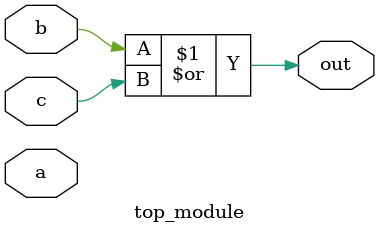
<source format=sv>
module top_module(
  input a,
  input b,
  input c,
  output out
);

  assign out = (b | c);

endmodule

</source>
